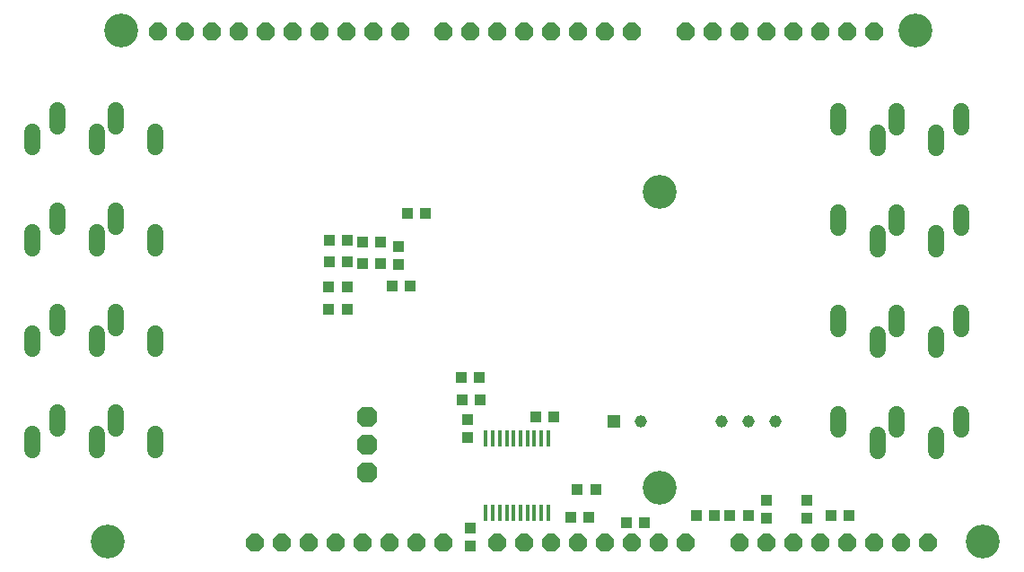
<source format=gbr>
G04 EAGLE Gerber RS-274X export*
G75*
%MOMM*%
%FSLAX34Y34*%
%LPD*%
%INSoldermask Bottom*%
%IPPOS*%
%AMOC8*
5,1,8,0,0,1.08239X$1,22.5*%
G01*
%ADD10C,3.200000*%
%ADD11R,1.100000X1.000000*%
%ADD12R,1.000000X1.100000*%
%ADD13P,1.814519X8X22.500000*%
%ADD14P,2.089446X8X22.500000*%
%ADD15R,1.160000X1.160000*%
%ADD16C,1.160000*%
%ADD17R,0.431800X1.612900*%
%ADD18C,1.500000*%


D10*
X966470Y26670D03*
X153670Y509270D03*
X902970Y509270D03*
X140970Y26670D03*
X661670Y356870D03*
X661670Y77470D03*
D11*
X366640Y266954D03*
X349640Y266954D03*
X366640Y246126D03*
X349640Y246126D03*
X349894Y290322D03*
X366894Y290322D03*
X349894Y310642D03*
X366894Y310642D03*
X381644Y288798D03*
X398644Y288798D03*
X381644Y309118D03*
X398644Y309118D03*
X426330Y267716D03*
X409330Y267716D03*
D12*
X415544Y305426D03*
X415544Y288426D03*
D13*
X457200Y508000D03*
X482600Y508000D03*
X508000Y508000D03*
X533400Y508000D03*
X558800Y508000D03*
X584200Y508000D03*
X609600Y508000D03*
X635000Y508000D03*
X685800Y508000D03*
X711200Y508000D03*
X736600Y508000D03*
X762000Y508000D03*
X787400Y508000D03*
X812800Y508000D03*
X838200Y508000D03*
X863600Y508000D03*
X736600Y25400D03*
X762000Y25400D03*
X787400Y25400D03*
X812800Y25400D03*
X838200Y25400D03*
X863600Y25400D03*
X889000Y25400D03*
X914400Y25400D03*
X508000Y25400D03*
X533400Y25400D03*
X558800Y25400D03*
X584200Y25400D03*
X609600Y25400D03*
X635000Y25400D03*
X660400Y25400D03*
X685800Y25400D03*
X187960Y508000D03*
X213360Y508000D03*
X238760Y508000D03*
X264160Y508000D03*
X289560Y508000D03*
X314960Y508000D03*
X340360Y508000D03*
X365760Y508000D03*
X391160Y508000D03*
X416560Y508000D03*
X279400Y25400D03*
X304800Y25400D03*
X330200Y25400D03*
X355600Y25400D03*
X381000Y25400D03*
X406400Y25400D03*
X431800Y25400D03*
X457200Y25400D03*
D14*
X385318Y117928D03*
X385318Y91948D03*
D11*
X441062Y336296D03*
X424062Y336296D03*
D14*
X385318Y143909D03*
D12*
X482780Y39016D03*
X482780Y22016D03*
X480240Y141403D03*
X480240Y124403D03*
D15*
X618564Y140379D03*
D16*
X643964Y140379D03*
X720164Y140379D03*
X745564Y140379D03*
X770964Y140379D03*
D11*
X594790Y49350D03*
X577790Y49350D03*
X601146Y76060D03*
X584146Y76060D03*
X562083Y144328D03*
X545083Y144328D03*
X491880Y181404D03*
X474880Y181404D03*
X492129Y160302D03*
X475129Y160302D03*
D17*
X497800Y123889D03*
X504300Y123889D03*
X510800Y123889D03*
X517300Y123889D03*
X523800Y123889D03*
X530300Y123889D03*
X536800Y123889D03*
X543300Y123889D03*
X549800Y123889D03*
X556300Y123889D03*
X556300Y53912D03*
X549800Y53912D03*
X543300Y53912D03*
X536800Y53912D03*
X530300Y53912D03*
X523800Y53912D03*
X517300Y53912D03*
X510800Y53912D03*
X504300Y53912D03*
X497800Y53912D03*
D12*
X800100Y65650D03*
X800100Y48650D03*
D11*
X840350Y50800D03*
X823350Y50800D03*
X713350Y50800D03*
X696350Y50800D03*
D12*
X762000Y48650D03*
X762000Y65650D03*
D11*
X647310Y44450D03*
X630310Y44450D03*
X745100Y50800D03*
X728100Y50800D03*
D18*
X69850Y113150D02*
X69850Y128150D01*
X93850Y133150D02*
X93850Y148150D01*
X130850Y128150D02*
X130850Y113150D01*
X148850Y133150D02*
X148850Y148150D01*
X185850Y128150D02*
X185850Y113150D01*
X69850Y208400D02*
X69850Y223400D01*
X93850Y228400D02*
X93850Y243400D01*
X130850Y223400D02*
X130850Y208400D01*
X148850Y228400D02*
X148850Y243400D01*
X185850Y223400D02*
X185850Y208400D01*
X69850Y303650D02*
X69850Y318650D01*
X93850Y323650D02*
X93850Y338650D01*
X130850Y318650D02*
X130850Y303650D01*
X148850Y323650D02*
X148850Y338650D01*
X185850Y318650D02*
X185850Y303650D01*
X69850Y398900D02*
X69850Y413900D01*
X93850Y418900D02*
X93850Y433900D01*
X130850Y413900D02*
X130850Y398900D01*
X148850Y418900D02*
X148850Y433900D01*
X185850Y413900D02*
X185850Y398900D01*
X946150Y417950D02*
X946150Y432950D01*
X922150Y412950D02*
X922150Y397950D01*
X885150Y417950D02*
X885150Y432950D01*
X867150Y412950D02*
X867150Y397950D01*
X830150Y417950D02*
X830150Y432950D01*
X946150Y337700D02*
X946150Y322700D01*
X922150Y317700D02*
X922150Y302700D01*
X885150Y322700D02*
X885150Y337700D01*
X867150Y317700D02*
X867150Y302700D01*
X830150Y322700D02*
X830150Y337700D01*
X946150Y242450D02*
X946150Y227450D01*
X922150Y222450D02*
X922150Y207450D01*
X885150Y227450D02*
X885150Y242450D01*
X867150Y222450D02*
X867150Y207450D01*
X830150Y227450D02*
X830150Y242450D01*
X946150Y147200D02*
X946150Y132200D01*
X922150Y127200D02*
X922150Y112200D01*
X885150Y132200D02*
X885150Y147200D01*
X867150Y127200D02*
X867150Y112200D01*
X830150Y132200D02*
X830150Y147200D01*
M02*

</source>
